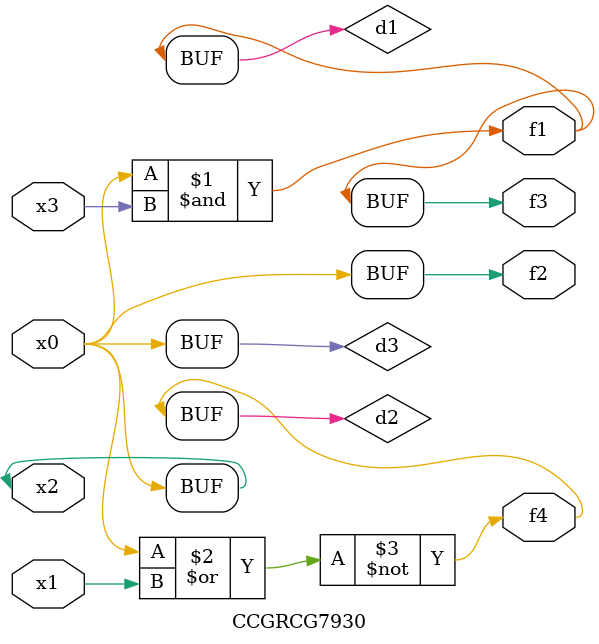
<source format=v>
module CCGRCG7930(
	input x0, x1, x2, x3,
	output f1, f2, f3, f4
);

	wire d1, d2, d3;

	and (d1, x2, x3);
	nor (d2, x0, x1);
	buf (d3, x0, x2);
	assign f1 = d1;
	assign f2 = d3;
	assign f3 = d1;
	assign f4 = d2;
endmodule

</source>
